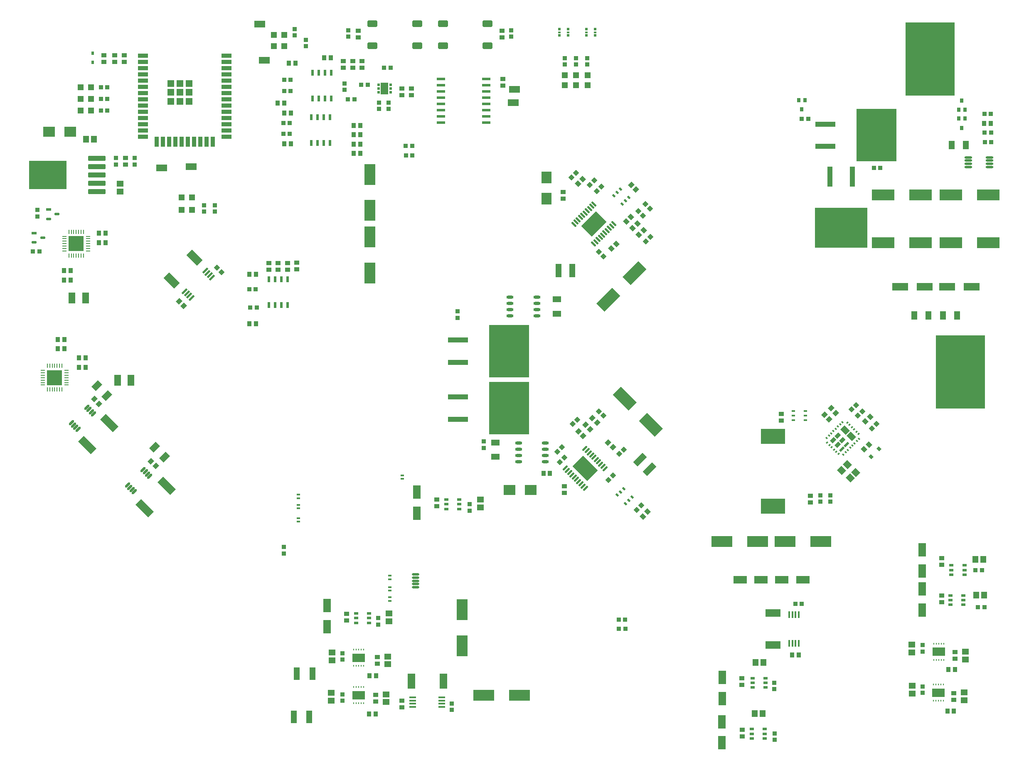
<source format=gtp>
G04*
G04 #@! TF.GenerationSoftware,Altium Limited,Altium Designer,22.11.1 (43)*
G04*
G04 Layer_Color=8421504*
%FSLAX25Y25*%
%MOIN*%
G70*
G04*
G04 #@! TF.SameCoordinates,E00A9952-D2AD-4094-941F-04495088175D*
G04*
G04*
G04 #@! TF.FilePolarity,Positive*
G04*
G01*
G75*
G04:AMPARAMS|DCode=23|XSize=27.56mil|YSize=17.72mil|CornerRadius=0mil|HoleSize=0mil|Usage=FLASHONLY|Rotation=135.000|XOffset=0mil|YOffset=0mil|HoleType=Round|Shape=Rectangle|*
%AMROTATEDRECTD23*
4,1,4,0.01601,-0.00348,0.00348,-0.01601,-0.01601,0.00348,-0.00348,0.01601,0.01601,-0.00348,0.0*
%
%ADD23ROTATEDRECTD23*%

G04:AMPARAMS|DCode=24|XSize=27.56mil|YSize=17.72mil|CornerRadius=0mil|HoleSize=0mil|Usage=FLASHONLY|Rotation=135.000|XOffset=0mil|YOffset=0mil|HoleType=Round|Shape=Rectangle|*
%AMROTATEDRECTD24*
4,1,4,0.01601,-0.00348,0.00348,-0.01601,-0.01601,0.00348,-0.00348,0.01601,0.01601,-0.00348,0.0*
%
%ADD24ROTATEDRECTD24*%

%ADD25R,0.02756X0.01772*%
%ADD26R,0.02756X0.01772*%
%ADD27R,0.02756X0.01575*%
%ADD28R,0.05512X0.08661*%
%ADD29R,0.03543X0.03937*%
%ADD30R,0.12323X0.12323*%
%ADD31O,0.03347X0.00787*%
%ADD32O,0.00787X0.03347*%
%ADD33R,0.03740X0.03347*%
%ADD34R,0.04724X0.04724*%
%ADD35R,0.05512X0.05118*%
%ADD36R,0.04154X0.02057*%
G04:AMPARAMS|DCode=37|XSize=41.54mil|YSize=20.57mil|CornerRadius=10.29mil|HoleSize=0mil|Usage=FLASHONLY|Rotation=0.000|XOffset=0mil|YOffset=0mil|HoleType=Round|Shape=RoundedRectangle|*
%AMROUNDEDRECTD37*
21,1,0.04154,0.00000,0,0,0.0*
21,1,0.02098,0.02057,0,0,0.0*
1,1,0.02057,0.01049,0.00000*
1,1,0.02057,-0.01049,0.00000*
1,1,0.02057,-0.01049,0.00000*
1,1,0.02057,0.01049,0.00000*
%
%ADD37ROUNDEDRECTD37*%
%ADD38R,0.03347X0.03740*%
%ADD39R,0.39370X0.59055*%
%ADD40R,0.03937X0.03543*%
G04:AMPARAMS|DCode=41|XSize=21.65mil|YSize=49.21mil|CornerRadius=1.95mil|HoleSize=0mil|Usage=FLASHONLY|Rotation=180.000|XOffset=0mil|YOffset=0mil|HoleType=Round|Shape=RoundedRectangle|*
%AMROUNDEDRECTD41*
21,1,0.02165,0.04532,0,0,180.0*
21,1,0.01776,0.04921,0,0,180.0*
1,1,0.00390,-0.00888,0.02266*
1,1,0.00390,0.00888,0.02266*
1,1,0.00390,0.00888,-0.02266*
1,1,0.00390,-0.00888,-0.02266*
%
%ADD41ROUNDEDRECTD41*%
%ADD42O,0.05906X0.01772*%
%ADD43R,0.02362X0.01968*%
%ADD44R,0.02362X0.01575*%
%ADD45R,0.07874X0.03543*%
%ADD46R,0.09646X0.08465*%
%ADD47R,0.08661X0.05512*%
%ADD48R,0.04528X0.09843*%
%ADD49R,0.02362X0.01968*%
%ADD50R,0.06102X0.09646*%
%ADD51R,0.08661X0.16535*%
G04:AMPARAMS|DCode=52|XSize=21.65mil|YSize=66.93mil|CornerRadius=1.95mil|HoleSize=0mil|Usage=FLASHONLY|Rotation=90.000|XOffset=0mil|YOffset=0mil|HoleType=Round|Shape=RoundedRectangle|*
%AMROUNDEDRECTD52*
21,1,0.02165,0.06303,0,0,90.0*
21,1,0.01776,0.06693,0,0,90.0*
1,1,0.00390,0.03152,0.00888*
1,1,0.00390,0.03152,-0.00888*
1,1,0.00390,-0.03152,-0.00888*
1,1,0.00390,-0.03152,0.00888*
%
%ADD52ROUNDEDRECTD52*%
%ADD53R,0.09843X0.06693*%
%ADD54R,0.00984X0.01575*%
G04:AMPARAMS|DCode=55|XSize=39.37mil|YSize=35.43mil|CornerRadius=0mil|HoleSize=0mil|Usage=FLASHONLY|Rotation=45.000|XOffset=0mil|YOffset=0mil|HoleType=Round|Shape=Rectangle|*
%AMROTATEDRECTD55*
4,1,4,-0.00139,-0.02645,-0.02645,-0.00139,0.00139,0.02645,0.02645,0.00139,-0.00139,-0.02645,0.0*
%
%ADD55ROTATEDRECTD55*%

G04:AMPARAMS|DCode=56|XSize=37.4mil|YSize=33.47mil|CornerRadius=0mil|HoleSize=0mil|Usage=FLASHONLY|Rotation=225.000|XOffset=0mil|YOffset=0mil|HoleType=Round|Shape=Rectangle|*
%AMROTATEDRECTD56*
4,1,4,0.00139,0.02506,0.02506,0.00139,-0.00139,-0.02506,-0.02506,-0.00139,0.00139,0.02506,0.0*
%
%ADD56ROTATEDRECTD56*%

G04:AMPARAMS|DCode=57|XSize=39.37mil|YSize=35.43mil|CornerRadius=0mil|HoleSize=0mil|Usage=FLASHONLY|Rotation=135.000|XOffset=0mil|YOffset=0mil|HoleType=Round|Shape=Rectangle|*
%AMROTATEDRECTD57*
4,1,4,0.02645,-0.00139,0.00139,-0.02645,-0.02645,0.00139,-0.00139,0.02645,0.02645,-0.00139,0.0*
%
%ADD57ROTATEDRECTD57*%

G04:AMPARAMS|DCode=58|XSize=37.4mil|YSize=33.47mil|CornerRadius=0mil|HoleSize=0mil|Usage=FLASHONLY|Rotation=135.000|XOffset=0mil|YOffset=0mil|HoleType=Round|Shape=Rectangle|*
%AMROTATEDRECTD58*
4,1,4,0.02506,-0.00139,0.00139,-0.02506,-0.02506,0.00139,-0.00139,0.02506,0.02506,-0.00139,0.0*
%
%ADD58ROTATEDRECTD58*%

%ADD59R,0.08465X0.09646*%
G04:AMPARAMS|DCode=60|XSize=118.11mil|YSize=165.35mil|CornerRadius=1.77mil|HoleSize=0mil|Usage=FLASHONLY|Rotation=135.000|XOffset=0mil|YOffset=0mil|HoleType=Round|Shape=RoundedRectangle|*
%AMROUNDEDRECTD60*
21,1,0.11811,0.16181,0,0,135.0*
21,1,0.11457,0.16535,0,0,135.0*
1,1,0.00354,0.01670,0.09771*
1,1,0.00354,0.09771,0.01670*
1,1,0.00354,-0.01670,-0.09771*
1,1,0.00354,-0.09771,-0.01670*
%
%ADD60ROUNDEDRECTD60*%
G04:AMPARAMS|DCode=61|XSize=15.75mil|YSize=47.24mil|CornerRadius=1.97mil|HoleSize=0mil|Usage=FLASHONLY|Rotation=225.000|XOffset=0mil|YOffset=0mil|HoleType=Round|Shape=RoundedRectangle|*
%AMROUNDEDRECTD61*
21,1,0.01575,0.04331,0,0,225.0*
21,1,0.01181,0.04724,0,0,225.0*
1,1,0.00394,-0.01949,0.01114*
1,1,0.00394,-0.01114,0.01949*
1,1,0.00394,0.01949,-0.01114*
1,1,0.00394,0.01114,-0.01949*
%
%ADD61ROUNDEDRECTD61*%
G04:AMPARAMS|DCode=62|XSize=90.55mil|YSize=179.13mil|CornerRadius=0mil|HoleSize=0mil|Usage=FLASHONLY|Rotation=135.000|XOffset=0mil|YOffset=0mil|HoleType=Round|Shape=Rectangle|*
%AMROTATEDRECTD62*
4,1,4,0.09535,0.03132,-0.03132,-0.09535,-0.09535,-0.03132,0.03132,0.09535,0.09535,0.03132,0.0*
%
%ADD62ROTATEDRECTD62*%

G04:AMPARAMS|DCode=63|XSize=90.55mil|YSize=179.13mil|CornerRadius=0mil|HoleSize=0mil|Usage=FLASHONLY|Rotation=225.000|XOffset=0mil|YOffset=0mil|HoleType=Round|Shape=Rectangle|*
%AMROTATEDRECTD63*
4,1,4,-0.03132,0.09535,0.09535,-0.03132,0.03132,-0.09535,-0.09535,0.03132,-0.03132,0.09535,0.0*
%
%ADD63ROTATEDRECTD63*%

G04:AMPARAMS|DCode=64|XSize=106.3mil|YSize=51.18mil|CornerRadius=0mil|HoleSize=0mil|Usage=FLASHONLY|Rotation=225.000|XOffset=0mil|YOffset=0mil|HoleType=Round|Shape=Rectangle|*
%AMROTATEDRECTD64*
4,1,4,0.01949,0.05568,0.05568,0.01949,-0.01949,-0.05568,-0.05568,-0.01949,0.01949,0.05568,0.0*
%
%ADD64ROTATEDRECTD64*%

G04:AMPARAMS|DCode=65|XSize=32.68mil|YSize=24.61mil|CornerRadius=0mil|HoleSize=0mil|Usage=FLASHONLY|Rotation=315.000|XOffset=0mil|YOffset=0mil|HoleType=Round|Shape=Rectangle|*
%AMROTATEDRECTD65*
4,1,4,-0.02025,0.00285,-0.00285,0.02025,0.02025,-0.00285,0.00285,-0.02025,-0.02025,0.00285,0.0*
%
%ADD65ROTATEDRECTD65*%

%ADD66R,0.04724X0.04724*%
G04:AMPARAMS|DCode=67|XSize=55.12mil|YSize=51.18mil|CornerRadius=0mil|HoleSize=0mil|Usage=FLASHONLY|Rotation=135.000|XOffset=0mil|YOffset=0mil|HoleType=Round|Shape=Rectangle|*
%AMROTATEDRECTD67*
4,1,4,0.03758,-0.00139,0.00139,-0.03758,-0.03758,0.00139,-0.00139,0.03758,0.03758,-0.00139,0.0*
%
%ADD67ROTATEDRECTD67*%

G04:AMPARAMS|DCode=68|XSize=55.12mil|YSize=82.68mil|CornerRadius=13.78mil|HoleSize=0mil|Usage=FLASHONLY|Rotation=90.000|XOffset=0mil|YOffset=0mil|HoleType=Round|Shape=RoundedRectangle|*
%AMROUNDEDRECTD68*
21,1,0.05512,0.05512,0,0,90.0*
21,1,0.02756,0.08268,0,0,90.0*
1,1,0.02756,0.02756,0.01378*
1,1,0.02756,0.02756,-0.01378*
1,1,0.02756,-0.02756,-0.01378*
1,1,0.02756,-0.02756,0.01378*
%
%ADD68ROUNDEDRECTD68*%
%ADD69R,0.05236X0.05236*%
%ADD70R,0.03543X0.07874*%
%ADD71R,0.01968X0.03150*%
%ADD72R,0.05118X0.05512*%
G04:AMPARAMS|DCode=73|XSize=228.35mil|YSize=303.15mil|CornerRadius=2.28mil|HoleSize=0mil|Usage=FLASHONLY|Rotation=270.000|XOffset=0mil|YOffset=0mil|HoleType=Round|Shape=RoundedRectangle|*
%AMROUNDEDRECTD73*
21,1,0.22835,0.29858,0,0,270.0*
21,1,0.22378,0.30315,0,0,270.0*
1,1,0.00457,-0.14929,-0.11189*
1,1,0.00457,-0.14929,0.11189*
1,1,0.00457,0.14929,0.11189*
1,1,0.00457,0.14929,-0.11189*
%
%ADD73ROUNDEDRECTD73*%
G04:AMPARAMS|DCode=74|XSize=39.37mil|YSize=137.8mil|CornerRadius=1.97mil|HoleSize=0mil|Usage=FLASHONLY|Rotation=270.000|XOffset=0mil|YOffset=0mil|HoleType=Round|Shape=RoundedRectangle|*
%AMROUNDEDRECTD74*
21,1,0.03937,0.13386,0,0,270.0*
21,1,0.03543,0.13780,0,0,270.0*
1,1,0.00394,-0.06693,-0.01772*
1,1,0.00394,-0.06693,0.01772*
1,1,0.00394,0.06693,0.01772*
1,1,0.00394,0.06693,-0.01772*
%
%ADD74ROUNDEDRECTD74*%
%ADD75O,0.06299X0.01772*%
%ADD76R,0.32284X0.42323*%
%ADD77R,0.16339X0.04331*%
G04:AMPARAMS|DCode=78|XSize=15.75mil|YSize=11.81mil|CornerRadius=0mil|HoleSize=0mil|Usage=FLASHONLY|Rotation=225.000|XOffset=0mil|YOffset=0mil|HoleType=Round|Shape=Rectangle|*
%AMROTATEDRECTD78*
4,1,4,0.00139,0.00974,0.00974,0.00139,-0.00139,-0.00974,-0.00974,-0.00139,0.00139,0.00974,0.0*
%
%ADD78ROTATEDRECTD78*%

G04:AMPARAMS|DCode=79|XSize=15.75mil|YSize=11.81mil|CornerRadius=0mil|HoleSize=0mil|Usage=FLASHONLY|Rotation=135.000|XOffset=0mil|YOffset=0mil|HoleType=Round|Shape=Rectangle|*
%AMROTATEDRECTD79*
4,1,4,0.00974,-0.00139,0.00139,-0.00974,-0.00974,0.00139,-0.00139,0.00974,0.00974,-0.00139,0.0*
%
%ADD79ROTATEDRECTD79*%

G04:AMPARAMS|DCode=80|XSize=118.11mil|YSize=165.35mil|CornerRadius=1.77mil|HoleSize=0mil|Usage=FLASHONLY|Rotation=225.000|XOffset=0mil|YOffset=0mil|HoleType=Round|Shape=RoundedRectangle|*
%AMROUNDEDRECTD80*
21,1,0.11811,0.16181,0,0,225.0*
21,1,0.11457,0.16535,0,0,225.0*
1,1,0.00354,-0.09771,0.01670*
1,1,0.00354,-0.01670,0.09771*
1,1,0.00354,0.09771,-0.01670*
1,1,0.00354,0.01670,-0.09771*
%
%ADD80ROUNDEDRECTD80*%
G04:AMPARAMS|DCode=81|XSize=15.75mil|YSize=47.24mil|CornerRadius=1.97mil|HoleSize=0mil|Usage=FLASHONLY|Rotation=315.000|XOffset=0mil|YOffset=0mil|HoleType=Round|Shape=RoundedRectangle|*
%AMROUNDEDRECTD81*
21,1,0.01575,0.04331,0,0,315.0*
21,1,0.01181,0.04724,0,0,315.0*
1,1,0.00394,-0.01114,-0.01949*
1,1,0.00394,-0.01949,-0.01114*
1,1,0.00394,0.01114,0.01949*
1,1,0.00394,0.01949,0.01114*
%
%ADD81ROUNDEDRECTD81*%
%ADD82R,0.16535X0.08661*%
%ADD83R,0.05512X0.01772*%
%ADD84R,0.06299X0.12205*%
%ADD85R,0.05118X0.10630*%
G04:AMPARAMS|DCode=86|XSize=17.72mil|YSize=55.12mil|CornerRadius=0mil|HoleSize=0mil|Usage=FLASHONLY|Rotation=135.000|XOffset=0mil|YOffset=0mil|HoleType=Round|Shape=Rectangle|*
%AMROTATEDRECTD86*
4,1,4,0.02575,0.01322,-0.01322,-0.02575,-0.02575,-0.01322,0.01322,0.02575,0.02575,0.01322,0.0*
%
%ADD86ROTATEDRECTD86*%

G04:AMPARAMS|DCode=87|XSize=122.05mil|YSize=62.99mil|CornerRadius=0mil|HoleSize=0mil|Usage=FLASHONLY|Rotation=315.000|XOffset=0mil|YOffset=0mil|HoleType=Round|Shape=Rectangle|*
%AMROTATEDRECTD87*
4,1,4,-0.06542,0.02088,-0.02088,0.06542,0.06542,-0.02088,0.02088,-0.06542,-0.06542,0.02088,0.0*
%
%ADD87ROTATEDRECTD87*%

%ADD88R,0.12205X0.06299*%
%ADD89R,0.01772X0.05512*%
%ADD90R,0.11024X0.06299*%
%ADD91R,0.19685X0.12205*%
%ADD92R,0.07087X0.05118*%
%ADD93O,0.05709X0.02362*%
G04:AMPARAMS|DCode=94|XSize=143.7mil|YSize=62.99mil|CornerRadius=0mil|HoleSize=0mil|Usage=FLASHONLY|Rotation=315.000|XOffset=0mil|YOffset=0mil|HoleType=Round|Shape=Rectangle|*
%AMROTATEDRECTD94*
4,1,4,-0.07308,0.02854,-0.02854,0.07308,0.07308,-0.02854,0.02854,-0.07308,-0.07308,0.02854,0.0*
%
%ADD94ROTATEDRECTD94*%

G04:AMPARAMS|DCode=95|XSize=70.87mil|YSize=51.18mil|CornerRadius=0mil|HoleSize=0mil|Usage=FLASHONLY|Rotation=45.000|XOffset=0mil|YOffset=0mil|HoleType=Round|Shape=Rectangle|*
%AMROTATEDRECTD95*
4,1,4,-0.00696,-0.04315,-0.04315,-0.00696,0.00696,0.04315,0.04315,0.00696,-0.00696,-0.04315,0.0*
%
%ADD95ROTATEDRECTD95*%

G04:AMPARAMS|DCode=96|XSize=19.68mil|YSize=53.15mil|CornerRadius=0mil|HoleSize=0mil|Usage=FLASHONLY|Rotation=315.000|XOffset=0mil|YOffset=0mil|HoleType=Round|Shape=Round|*
%AMOVALD96*
21,1,0.03347,0.01968,0.00000,0.00000,45.0*
1,1,0.01968,-0.01183,-0.01183*
1,1,0.01968,0.01183,0.01183*
%
%ADD96OVALD96*%

%ADD97R,0.06299X0.11024*%
%ADD98R,0.03740X0.02362*%
%ADD99R,0.05118X0.07087*%
%ADD100R,0.02756X0.03543*%
%ADD101R,0.04331X0.16339*%
%ADD102R,0.42323X0.32284*%
%ADD103R,0.12598X0.06299*%
%ADD104R,0.17913X0.09055*%
G36*
X663456Y258790D02*
X660116Y255449D01*
X655801Y259764D01*
X659141Y263105D01*
X663456Y258790D01*
D02*
G37*
G36*
X656190Y255171D02*
X653100Y252081D01*
X650873Y254308D01*
X653963Y257398D01*
X656190Y255171D01*
D02*
G37*
G36*
X668328Y253918D02*
X664987Y250577D01*
X660672Y254892D01*
X664013Y258233D01*
X668328Y253918D01*
D02*
G37*
G36*
X659837Y251524D02*
X656747Y248434D01*
X654520Y250661D01*
X657610Y253751D01*
X659837Y251524D01*
D02*
G37*
G36*
X652543Y251524D02*
X649453Y248434D01*
X647226Y250661D01*
X650316Y253751D01*
X652543Y251524D01*
D02*
G37*
G36*
X662886Y248476D02*
X659796Y245385D01*
X658403Y246777D01*
X661494Y249868D01*
X662886Y248476D01*
D02*
G37*
G36*
X656190Y247877D02*
X653100Y244787D01*
X650873Y247014D01*
X653963Y250104D01*
X656190Y247877D01*
D02*
G37*
G36*
X659239Y244829D02*
X656149Y241739D01*
X654757Y243130D01*
X657847Y246221D01*
X659239Y244829D01*
D02*
G37*
D23*
X482116Y212217D02*
D03*
X476827Y206928D02*
D03*
X488798Y205536D02*
D03*
X483508Y200246D02*
D03*
X479225Y452442D02*
D03*
X473936Y447153D02*
D03*
X485907Y445761D02*
D03*
X480617Y440471D02*
D03*
D24*
X479471Y209572D02*
D03*
X486153Y202891D02*
D03*
X476580Y449797D02*
D03*
X483262Y443116D02*
D03*
D25*
X627559Y266929D02*
D03*
Y274409D02*
D03*
X618110Y266929D02*
D03*
Y274409D02*
D03*
D26*
X627559Y270669D02*
D03*
X618110D02*
D03*
D27*
X294488Y133071D02*
D03*
Y130315D02*
D03*
Y139567D02*
D03*
Y142323D02*
D03*
Y125000D02*
D03*
Y122244D02*
D03*
X220866Y185630D02*
D03*
Y188386D02*
D03*
Y199213D02*
D03*
Y196457D02*
D03*
Y204528D02*
D03*
Y207283D02*
D03*
X304331Y222835D02*
D03*
Y220079D02*
D03*
D28*
X50394Y364961D02*
D03*
X75984Y299213D02*
D03*
X86614D02*
D03*
X39370Y364961D02*
D03*
D29*
X50295Y316929D02*
D03*
X44980D02*
D03*
X38484Y379528D02*
D03*
X33169D02*
D03*
X50295Y309449D02*
D03*
X44980D02*
D03*
X28051Y324409D02*
D03*
X33366D02*
D03*
Y331890D02*
D03*
X28051D02*
D03*
X33169Y387008D02*
D03*
X38484D02*
D03*
X61122Y409449D02*
D03*
X66437D02*
D03*
X181595Y344488D02*
D03*
X186909D02*
D03*
X181595Y384252D02*
D03*
X186909D02*
D03*
X265453Y481102D02*
D03*
X270768D02*
D03*
X265453Y488583D02*
D03*
X270768D02*
D03*
X265453Y496063D02*
D03*
X270768D02*
D03*
X265453Y503543D02*
D03*
X270768D02*
D03*
X209547Y513386D02*
D03*
X214862D02*
D03*
X209550Y488721D02*
D03*
X214865D02*
D03*
X247146Y557874D02*
D03*
X241831D02*
D03*
X209744Y521260D02*
D03*
X204429D02*
D03*
X213484Y553543D02*
D03*
X218799D02*
D03*
X66437Y416929D02*
D03*
X61122D02*
D03*
X747638Y66929D02*
D03*
X742323D02*
D03*
X422835Y224410D02*
D03*
X417520D02*
D03*
X622441Y78740D02*
D03*
X617126D02*
D03*
X277658Y31496D02*
D03*
X282972D02*
D03*
X278051Y62205D02*
D03*
X283366D02*
D03*
X741535Y33858D02*
D03*
X746850D02*
D03*
X771063Y505118D02*
D03*
X776378D02*
D03*
D30*
X25492Y301181D02*
D03*
X42815Y408661D02*
D03*
D31*
X15945Y295276D02*
D03*
Y297244D02*
D03*
Y299213D02*
D03*
Y301181D02*
D03*
Y303150D02*
D03*
Y305118D02*
D03*
Y307087D02*
D03*
X35039D02*
D03*
Y305118D02*
D03*
Y303150D02*
D03*
Y301181D02*
D03*
Y299213D02*
D03*
Y297244D02*
D03*
Y295276D02*
D03*
X33268Y402756D02*
D03*
Y404724D02*
D03*
Y406693D02*
D03*
Y408661D02*
D03*
Y410630D02*
D03*
Y412598D02*
D03*
Y414567D02*
D03*
X52362D02*
D03*
Y412598D02*
D03*
Y410630D02*
D03*
Y408661D02*
D03*
Y406693D02*
D03*
Y404724D02*
D03*
Y402756D02*
D03*
D32*
X19587Y310728D02*
D03*
X21555D02*
D03*
X23524D02*
D03*
X25492D02*
D03*
X27461D02*
D03*
X29429D02*
D03*
X31398D02*
D03*
Y291634D02*
D03*
X29429D02*
D03*
X27461D02*
D03*
X25492D02*
D03*
X23524D02*
D03*
X21555D02*
D03*
X19587D02*
D03*
X36909Y418209D02*
D03*
X38878D02*
D03*
X40846D02*
D03*
X42815D02*
D03*
X44783D02*
D03*
X46752D02*
D03*
X48720D02*
D03*
Y399114D02*
D03*
X46752D02*
D03*
X44783D02*
D03*
X42815D02*
D03*
X40846D02*
D03*
X38878D02*
D03*
X36909D02*
D03*
D33*
X153937Y434449D02*
D03*
Y439567D02*
D03*
X145276Y434449D02*
D03*
Y439567D02*
D03*
X11811Y430512D02*
D03*
Y435630D02*
D03*
X257874Y537205D02*
D03*
Y532087D02*
D03*
X434546Y557480D02*
D03*
X256299Y42126D02*
D03*
Y47244D02*
D03*
X647638Y206737D02*
D03*
X647638Y201619D02*
D03*
X639590Y206737D02*
D03*
Y201619D02*
D03*
X443601Y557480D02*
D03*
Y552362D02*
D03*
X434546D02*
D03*
X452756Y557480D02*
D03*
Y552362D02*
D03*
X227165Y572047D02*
D03*
Y566929D02*
D03*
X218110Y580905D02*
D03*
Y575787D02*
D03*
X391732Y579744D02*
D03*
Y574626D02*
D03*
X261024Y579744D02*
D03*
Y574626D02*
D03*
X89764Y472244D02*
D03*
Y477362D02*
D03*
X344094Y39764D02*
D03*
Y34646D02*
D03*
X74803Y472244D02*
D03*
Y477362D02*
D03*
X209449Y165354D02*
D03*
Y160236D02*
D03*
X256299Y80118D02*
D03*
Y75000D02*
D03*
X369685Y250000D02*
D03*
Y244882D02*
D03*
X348819Y354331D02*
D03*
Y349213D02*
D03*
X721654Y53543D02*
D03*
Y48425D02*
D03*
X721654Y86614D02*
D03*
Y81496D02*
D03*
X285039Y108268D02*
D03*
Y103150D02*
D03*
X358268Y199606D02*
D03*
Y194488D02*
D03*
X602756Y56496D02*
D03*
Y51378D02*
D03*
X603150Y15748D02*
D03*
Y10630D02*
D03*
X293307Y516732D02*
D03*
Y521850D02*
D03*
X285827Y516732D02*
D03*
Y521850D02*
D03*
D34*
X127362Y435827D02*
D03*
X135630D02*
D03*
Y445669D02*
D03*
X127362D02*
D03*
X201378Y566929D02*
D03*
X209646D02*
D03*
Y575984D02*
D03*
X201378D02*
D03*
X46260Y524803D02*
D03*
X54528D02*
D03*
Y534252D02*
D03*
X46260D02*
D03*
Y515354D02*
D03*
X54528D02*
D03*
D35*
X712992Y87008D02*
D03*
Y80709D02*
D03*
X77953Y456693D02*
D03*
Y450394D02*
D03*
X291339Y47244D02*
D03*
Y40945D02*
D03*
X247244Y48425D02*
D03*
Y42126D02*
D03*
X248031Y80709D02*
D03*
Y74410D02*
D03*
X292520Y77559D02*
D03*
Y71260D02*
D03*
X755118Y48819D02*
D03*
Y42520D02*
D03*
X713386Y54134D02*
D03*
Y47835D02*
D03*
X755905Y81496D02*
D03*
Y75197D02*
D03*
X293701Y112205D02*
D03*
Y105905D02*
D03*
X366929Y203543D02*
D03*
Y197244D02*
D03*
D36*
X20569Y436024D02*
D03*
X9152Y417126D02*
D03*
D37*
X20569Y428543D02*
D03*
X27463Y432283D02*
D03*
X9152Y409646D02*
D03*
X16045Y413386D02*
D03*
D38*
X13189Y402362D02*
D03*
X8071D02*
D03*
X186811Y372047D02*
D03*
X181693D02*
D03*
X187598Y357480D02*
D03*
X182480D02*
D03*
X213976Y505512D02*
D03*
X208858D02*
D03*
X213976Y496850D02*
D03*
X208858D02*
D03*
X214764Y531102D02*
D03*
X209646D02*
D03*
X214764Y540158D02*
D03*
X209646D02*
D03*
X265945Y524409D02*
D03*
X260827D02*
D03*
X312205Y487008D02*
D03*
X307087D02*
D03*
X307283Y479528D02*
D03*
X312402D02*
D03*
X477953Y107087D02*
D03*
X483071D02*
D03*
X478150Y99606D02*
D03*
X483268D02*
D03*
X271457Y536221D02*
D03*
X276575D02*
D03*
X289764Y549606D02*
D03*
X294882D02*
D03*
X62598Y534252D02*
D03*
X67716D02*
D03*
X62598Y524803D02*
D03*
X67716D02*
D03*
X62598Y515354D02*
D03*
X67716D02*
D03*
X687795Y469291D02*
D03*
X682677D02*
D03*
X619685Y119685D02*
D03*
X624803D02*
D03*
X766142Y116929D02*
D03*
X771260D02*
D03*
X764173Y146850D02*
D03*
X769291D02*
D03*
X771457Y497638D02*
D03*
X776575D02*
D03*
X771260Y512598D02*
D03*
X776378D02*
D03*
X624803Y508661D02*
D03*
X629921D02*
D03*
X771654Y490158D02*
D03*
X776772D02*
D03*
D39*
X727559Y556693D02*
D03*
X751968Y305906D02*
D03*
D40*
X219586Y393307D02*
D03*
Y387992D02*
D03*
X212205Y393209D02*
D03*
Y387894D02*
D03*
X204724Y393209D02*
D03*
Y387894D02*
D03*
X197244Y393209D02*
D03*
Y387894D02*
D03*
X257087Y549705D02*
D03*
Y555020D02*
D03*
X264567Y549705D02*
D03*
Y555020D02*
D03*
X272047Y549705D02*
D03*
Y555020D02*
D03*
X608268Y272047D02*
D03*
Y266732D02*
D03*
X433465Y450000D02*
D03*
Y444685D02*
D03*
X434252Y213976D02*
D03*
Y208661D02*
D03*
X631542Y206324D02*
D03*
Y201009D02*
D03*
X384252Y574016D02*
D03*
Y579331D02*
D03*
X268898Y574016D02*
D03*
Y579331D02*
D03*
X385039Y540748D02*
D03*
Y535433D02*
D03*
X64961Y554331D02*
D03*
Y559646D02*
D03*
X81496Y554331D02*
D03*
Y559646D02*
D03*
X73622Y554331D02*
D03*
Y559646D02*
D03*
X303937Y36713D02*
D03*
Y42028D02*
D03*
X82284Y472146D02*
D03*
Y477461D02*
D03*
X283071Y46654D02*
D03*
Y41339D02*
D03*
X284252Y76968D02*
D03*
Y71653D02*
D03*
X746850Y48228D02*
D03*
Y42913D02*
D03*
X747638Y81102D02*
D03*
Y75787D02*
D03*
X737008Y151181D02*
D03*
Y156496D02*
D03*
Y126279D02*
D03*
Y120965D02*
D03*
X259842Y111811D02*
D03*
Y106496D02*
D03*
X331890Y203346D02*
D03*
Y198031D02*
D03*
X576772Y60138D02*
D03*
Y54823D02*
D03*
X577165Y18898D02*
D03*
Y13583D02*
D03*
X304095Y533071D02*
D03*
Y527756D02*
D03*
X311575Y533071D02*
D03*
Y527756D02*
D03*
D41*
X197224Y359350D02*
D03*
X202224D02*
D03*
X207224D02*
D03*
X212224D02*
D03*
X197224Y380020D02*
D03*
X202224D02*
D03*
X207224D02*
D03*
X212224D02*
D03*
X231476Y489272D02*
D03*
X236476D02*
D03*
X241476D02*
D03*
X246476D02*
D03*
X231476Y509941D02*
D03*
X236476D02*
D03*
X241476D02*
D03*
X246476D02*
D03*
X232264Y525098D02*
D03*
X237264D02*
D03*
X242264D02*
D03*
X247264D02*
D03*
X232264Y545768D02*
D03*
X237264D02*
D03*
X242264D02*
D03*
X247264D02*
D03*
D42*
X314961Y138189D02*
D03*
Y140748D02*
D03*
Y143307D02*
D03*
Y133071D02*
D03*
Y135630D02*
D03*
D43*
X430315Y580709D02*
D03*
X437402D02*
D03*
X451968D02*
D03*
X459055D02*
D03*
Y575591D02*
D03*
X451968D02*
D03*
X437402D02*
D03*
X430315D02*
D03*
D44*
Y578150D02*
D03*
X451968D02*
D03*
X459055D02*
D03*
X437402D02*
D03*
D45*
X163386Y524449D02*
D03*
Y559449D02*
D03*
Y554449D02*
D03*
Y549449D02*
D03*
Y544449D02*
D03*
Y539449D02*
D03*
Y534449D02*
D03*
Y529449D02*
D03*
Y519449D02*
D03*
Y514449D02*
D03*
Y509449D02*
D03*
Y504449D02*
D03*
Y499449D02*
D03*
Y494449D02*
D03*
X96457D02*
D03*
Y499449D02*
D03*
Y504449D02*
D03*
Y509449D02*
D03*
Y514449D02*
D03*
Y519449D02*
D03*
Y524449D02*
D03*
Y529449D02*
D03*
Y534449D02*
D03*
Y539449D02*
D03*
Y544449D02*
D03*
Y549449D02*
D03*
Y554449D02*
D03*
Y559449D02*
D03*
D46*
X37992Y498425D02*
D03*
X21063D02*
D03*
X407283Y211024D02*
D03*
X390354D02*
D03*
D47*
X135039Y470472D02*
D03*
X111417Y469291D02*
D03*
X394488Y532283D02*
D03*
X190157Y584646D02*
D03*
X393307Y521654D02*
D03*
X193701Y555905D02*
D03*
D48*
X232185Y63779D02*
D03*
X219783D02*
D03*
X229823Y29134D02*
D03*
X217421D02*
D03*
D49*
X285197Y536221D02*
D03*
Y533071D02*
D03*
Y529921D02*
D03*
X294882D02*
D03*
Y533071D02*
D03*
Y536221D02*
D03*
D50*
X290039Y533071D02*
D03*
D51*
X278346Y385236D02*
D03*
Y413976D02*
D03*
X352362Y86221D02*
D03*
Y114961D02*
D03*
X278346Y435433D02*
D03*
Y464173D02*
D03*
D52*
X371850Y505728D02*
D03*
Y510728D02*
D03*
Y515728D02*
D03*
Y520728D02*
D03*
Y525728D02*
D03*
Y530728D02*
D03*
Y535728D02*
D03*
Y540728D02*
D03*
X335236Y505728D02*
D03*
Y510728D02*
D03*
Y515728D02*
D03*
Y520728D02*
D03*
Y525728D02*
D03*
Y530728D02*
D03*
Y535728D02*
D03*
Y540728D02*
D03*
D53*
X734252Y48425D02*
D03*
X269291Y46457D02*
D03*
X269291Y76575D02*
D03*
X734646Y81299D02*
D03*
D54*
X730315Y54921D02*
D03*
X732283D02*
D03*
X734252Y54921D02*
D03*
X736221Y54921D02*
D03*
X738189D02*
D03*
Y41929D02*
D03*
X736221D02*
D03*
X734252D02*
D03*
X732283D02*
D03*
X730315D02*
D03*
X265354Y39961D02*
D03*
X267323D02*
D03*
X269291D02*
D03*
X271260D02*
D03*
X273228D02*
D03*
Y52953D02*
D03*
X271260D02*
D03*
X269291Y52953D02*
D03*
X267323Y52953D02*
D03*
X265354D02*
D03*
X265354Y70079D02*
D03*
X267323D02*
D03*
X269291Y70079D02*
D03*
X271260Y70079D02*
D03*
X273228D02*
D03*
Y83071D02*
D03*
X271260D02*
D03*
X269291D02*
D03*
X267323D02*
D03*
X265354D02*
D03*
X730709Y74803D02*
D03*
X732677D02*
D03*
X734646D02*
D03*
X736614Y74803D02*
D03*
X738583D02*
D03*
Y87795D02*
D03*
X736614D02*
D03*
X734646Y87795D02*
D03*
X732677D02*
D03*
X730709D02*
D03*
D55*
X487974Y455727D02*
D03*
X491732Y451968D02*
D03*
X455113Y259825D02*
D03*
X451354Y263583D02*
D03*
X460540Y265050D02*
D03*
X456782Y268808D02*
D03*
X449475Y254327D02*
D03*
X445717Y258085D02*
D03*
X473228Y245276D02*
D03*
X469470Y249034D02*
D03*
X643003Y271564D02*
D03*
X646761Y267806D02*
D03*
X648210Y276593D02*
D03*
X651968Y272835D02*
D03*
X129080Y358786D02*
D03*
X125322Y362544D02*
D03*
X57369Y283979D02*
D03*
X61127Y280221D02*
D03*
X106558Y230471D02*
D03*
X102800Y234229D02*
D03*
D56*
X502991Y436773D02*
D03*
X499372Y440392D02*
D03*
X493625Y434721D02*
D03*
X497244Y431102D02*
D03*
X462129Y402044D02*
D03*
X465748Y398425D02*
D03*
X465589Y270631D02*
D03*
X461970Y274251D02*
D03*
X155805Y389409D02*
D03*
X159424Y385790D02*
D03*
D57*
X497333Y189853D02*
D03*
X501092Y193611D02*
D03*
X445289Y456706D02*
D03*
X449048Y460465D02*
D03*
X494118Y415740D02*
D03*
X497876Y419498D02*
D03*
X483881Y426370D02*
D03*
X487640Y430128D02*
D03*
X489171Y421080D02*
D03*
X492929Y424839D02*
D03*
X675769Y265927D02*
D03*
X679528Y269685D02*
D03*
X678561Y247459D02*
D03*
X674803Y243701D02*
D03*
X472137Y404814D02*
D03*
X475895Y408572D02*
D03*
D58*
X492277Y195096D02*
D03*
X495896Y198715D02*
D03*
X440082Y461735D02*
D03*
X443701Y465354D02*
D03*
X454724Y455905D02*
D03*
X458344Y459525D02*
D03*
X460236Y450787D02*
D03*
X463855Y454406D02*
D03*
X499769Y410367D02*
D03*
X503388Y413986D02*
D03*
X482125Y243542D02*
D03*
X478505Y239923D02*
D03*
X441104Y263938D02*
D03*
X444723Y267558D02*
D03*
X469844Y219057D02*
D03*
X473463Y222676D02*
D03*
X430709Y233465D02*
D03*
X434328Y237084D02*
D03*
X428740Y241732D02*
D03*
X432359Y245351D02*
D03*
X681046Y260574D02*
D03*
X684665Y264193D02*
D03*
X669844Y270631D02*
D03*
X673463Y274251D02*
D03*
X664567Y275590D02*
D03*
X668186Y279210D02*
D03*
D59*
X420079Y444685D02*
D03*
Y461614D02*
D03*
D60*
X457968Y424383D02*
D03*
D61*
X457759Y408307D02*
D03*
X459569Y410116D02*
D03*
X461378Y411926D02*
D03*
X463188Y413735D02*
D03*
X464997Y415545D02*
D03*
X466807Y417354D02*
D03*
X468617Y419164D02*
D03*
X470426Y420973D02*
D03*
X472236Y422783D02*
D03*
X474045Y424592D02*
D03*
X441891Y424175D02*
D03*
X443701Y425984D02*
D03*
X445510Y427794D02*
D03*
X447320Y429603D02*
D03*
X449129Y431413D02*
D03*
X450939Y433222D02*
D03*
X452748Y435032D02*
D03*
X454558Y436841D02*
D03*
X456367Y438651D02*
D03*
X458177Y440460D02*
D03*
D62*
X490676Y384964D02*
D03*
X469519Y363806D02*
D03*
D63*
X503731Y263417D02*
D03*
X482573Y284575D02*
D03*
D64*
X494921Y235394D02*
D03*
X502716Y227599D02*
D03*
D65*
X680368Y237848D02*
D03*
X686562Y244042D02*
D03*
D66*
X434646Y543898D02*
D03*
Y535630D02*
D03*
X443701Y543898D02*
D03*
Y535630D02*
D03*
X452856Y543898D02*
D03*
Y535630D02*
D03*
D67*
X667975Y225062D02*
D03*
X663521Y220607D02*
D03*
X656828Y226907D02*
D03*
X661282Y231361D02*
D03*
D68*
X316339Y585039D02*
D03*
Y567323D02*
D03*
X280512D02*
D03*
Y585039D02*
D03*
X372835D02*
D03*
Y567323D02*
D03*
X337008D02*
D03*
Y585039D02*
D03*
D69*
X133209Y522697D02*
D03*
X125984D02*
D03*
X118760D02*
D03*
X133209Y529921D02*
D03*
X125984D02*
D03*
X118760D02*
D03*
X133209Y537146D02*
D03*
X125984D02*
D03*
X118760D02*
D03*
D70*
X152421Y490512D02*
D03*
X147421D02*
D03*
X142421D02*
D03*
X137421D02*
D03*
X132421D02*
D03*
X127421D02*
D03*
X122421D02*
D03*
X117421D02*
D03*
X112421D02*
D03*
X107421D02*
D03*
D71*
X55905Y561319D02*
D03*
Y554232D02*
D03*
D72*
X56925Y492339D02*
D03*
X50626D02*
D03*
X764567Y126772D02*
D03*
X770866D02*
D03*
X764173Y155512D02*
D03*
X770472D02*
D03*
X594095Y72835D02*
D03*
X587795D02*
D03*
X593307Y31890D02*
D03*
X587008D02*
D03*
D73*
X20079Y463779D02*
D03*
D74*
X59449Y477165D02*
D03*
Y470472D02*
D03*
Y463779D02*
D03*
Y457087D02*
D03*
Y450394D02*
D03*
D75*
X758465Y477854D02*
D03*
Y475295D02*
D03*
Y472736D02*
D03*
Y470177D02*
D03*
X775394Y477854D02*
D03*
Y475295D02*
D03*
Y472736D02*
D03*
Y470177D02*
D03*
D76*
X684842Y495591D02*
D03*
X390158Y322441D02*
D03*
Y276772D02*
D03*
D77*
X643701Y486614D02*
D03*
Y504567D02*
D03*
X349016Y313465D02*
D03*
Y331417D02*
D03*
X349016Y267795D02*
D03*
Y285748D02*
D03*
D78*
X661299Y265123D02*
D03*
X663108Y263314D02*
D03*
X664918Y261504D02*
D03*
X666727Y259695D02*
D03*
X668537Y257885D02*
D03*
X670346Y256076D02*
D03*
X654200Y239929D02*
D03*
X652390Y241739D02*
D03*
X650581Y243548D02*
D03*
X648771Y245358D02*
D03*
X646962Y247167D02*
D03*
X645152Y248977D02*
D03*
D79*
X670764Y252178D02*
D03*
X668954Y250369D02*
D03*
X667145Y248559D02*
D03*
X665335Y246749D02*
D03*
X663526Y244940D02*
D03*
X661716Y243130D02*
D03*
X659907Y241321D02*
D03*
X658097Y239511D02*
D03*
X644735Y252874D02*
D03*
X646544Y254684D02*
D03*
X648354Y256493D02*
D03*
X650163Y258303D02*
D03*
X651973Y260112D02*
D03*
X653782Y261922D02*
D03*
X655592Y263731D02*
D03*
X657401Y265541D02*
D03*
D80*
X451036Y228455D02*
D03*
D81*
X467113Y228247D02*
D03*
X465304Y230056D02*
D03*
X463494Y231866D02*
D03*
X461685Y233675D02*
D03*
X459875Y235485D02*
D03*
X458066Y237294D02*
D03*
X456256Y239104D02*
D03*
X454447Y240914D02*
D03*
X452637Y242723D02*
D03*
X450828Y244532D02*
D03*
X451245Y212379D02*
D03*
X449436Y214188D02*
D03*
X447626Y215998D02*
D03*
X445817Y217807D02*
D03*
X444007Y219617D02*
D03*
X442198Y221426D02*
D03*
X440388Y223236D02*
D03*
X438579Y225045D02*
D03*
X436769Y226855D02*
D03*
X434960Y228664D02*
D03*
D82*
X369685Y46457D02*
D03*
X398425Y46457D02*
D03*
X589370Y169685D02*
D03*
X560630Y169685D02*
D03*
X611417Y169685D02*
D03*
X640158Y169685D02*
D03*
D83*
X336024Y37106D02*
D03*
Y39665D02*
D03*
Y42224D02*
D03*
Y44783D02*
D03*
X312795Y37106D02*
D03*
Y39665D02*
D03*
Y42224D02*
D03*
Y44783D02*
D03*
D84*
X337205Y57874D02*
D03*
X311614D02*
D03*
D85*
X440551Y387008D02*
D03*
X429528D02*
D03*
D86*
X151699Y381544D02*
D03*
X149890Y383354D02*
D03*
X148080Y385164D02*
D03*
X146270Y386973D02*
D03*
X135274Y365120D02*
D03*
X133465Y366929D02*
D03*
X131655Y368739D02*
D03*
X129845Y370548D02*
D03*
D87*
X137571Y397343D02*
D03*
X119475Y379248D02*
D03*
D88*
X601575Y112402D02*
D03*
Y86811D02*
D03*
D89*
X622342Y111221D02*
D03*
X619783D02*
D03*
X617224D02*
D03*
X614665D02*
D03*
X622342Y87992D02*
D03*
X619783D02*
D03*
X617224D02*
D03*
X614665D02*
D03*
D90*
X592126Y138976D02*
D03*
X575197D02*
D03*
X608661D02*
D03*
X625591D02*
D03*
D91*
X601575Y198031D02*
D03*
Y253937D02*
D03*
D92*
X379134Y249016D02*
D03*
Y237598D02*
D03*
X428346Y352559D02*
D03*
Y363976D02*
D03*
D93*
X412303Y350768D02*
D03*
Y355768D02*
D03*
Y360768D02*
D03*
Y365768D02*
D03*
X390846Y350768D02*
D03*
X390846Y355768D02*
D03*
Y360768D02*
D03*
X390846Y365768D02*
D03*
X397539Y248839D02*
D03*
Y243839D02*
D03*
Y238839D02*
D03*
Y233839D02*
D03*
X418996Y248839D02*
D03*
Y243839D02*
D03*
Y238839D02*
D03*
Y233839D02*
D03*
D94*
X51592Y247162D02*
D03*
X69270Y264840D02*
D03*
X97719Y196578D02*
D03*
X115397Y214255D02*
D03*
D95*
X67391Y286763D02*
D03*
X59318Y294836D02*
D03*
X113657Y237292D02*
D03*
X105583Y245365D02*
D03*
D96*
X38856Y265049D02*
D03*
X40666Y263239D02*
D03*
X42475Y261430D02*
D03*
X44285Y259620D02*
D03*
X51245Y277437D02*
D03*
X53054Y275627D02*
D03*
X54864Y273818D02*
D03*
X56673Y272008D02*
D03*
X84008Y215021D02*
D03*
X85818Y213211D02*
D03*
X87627Y211402D02*
D03*
X89437Y209592D02*
D03*
X96397Y227409D02*
D03*
X98206Y225599D02*
D03*
X100016Y223790D02*
D03*
X101825Y221980D02*
D03*
D97*
X721260Y162992D02*
D03*
Y146063D02*
D03*
Y114764D02*
D03*
Y131693D02*
D03*
X244094Y101575D02*
D03*
Y118504D02*
D03*
X316142Y192520D02*
D03*
Y209449D02*
D03*
X561024Y60630D02*
D03*
Y43701D02*
D03*
X560630Y8268D02*
D03*
Y25197D02*
D03*
D98*
X754429Y126575D02*
D03*
Y122835D02*
D03*
Y119095D02*
D03*
X743996D02*
D03*
Y122835D02*
D03*
Y126575D02*
D03*
X755217Y150591D02*
D03*
Y146850D02*
D03*
Y143110D02*
D03*
X744783D02*
D03*
Y146850D02*
D03*
Y150591D02*
D03*
X277658Y112008D02*
D03*
Y108268D02*
D03*
Y104528D02*
D03*
X267224D02*
D03*
Y108268D02*
D03*
Y112008D02*
D03*
X350098Y203346D02*
D03*
Y199606D02*
D03*
Y195866D02*
D03*
X339665D02*
D03*
Y199606D02*
D03*
Y203346D02*
D03*
X595669Y60236D02*
D03*
Y56496D02*
D03*
Y52756D02*
D03*
X585236D02*
D03*
Y56496D02*
D03*
Y60236D02*
D03*
X595079Y19291D02*
D03*
Y15551D02*
D03*
Y11811D02*
D03*
X584646D02*
D03*
Y15551D02*
D03*
Y19291D02*
D03*
D99*
X745079Y487795D02*
D03*
X756496D02*
D03*
X726378Y351181D02*
D03*
X714961D02*
D03*
X737992D02*
D03*
X749409D02*
D03*
D100*
X624803Y516339D02*
D03*
X622244Y523819D02*
D03*
X627362D02*
D03*
X753150Y523425D02*
D03*
X755709Y515945D02*
D03*
X750591D02*
D03*
X753150Y501575D02*
D03*
X750591Y509055D02*
D03*
X755709D02*
D03*
D101*
X665276Y462402D02*
D03*
X647323D02*
D03*
D102*
X656299Y421260D02*
D03*
D103*
X723228Y374016D02*
D03*
X703543D02*
D03*
X741339D02*
D03*
X761024D02*
D03*
D104*
X720079Y409449D02*
D03*
X690158D02*
D03*
X744488D02*
D03*
X774409D02*
D03*
X720079Y447638D02*
D03*
X690158D02*
D03*
X744488D02*
D03*
X774409Y447638D02*
D03*
M02*

</source>
